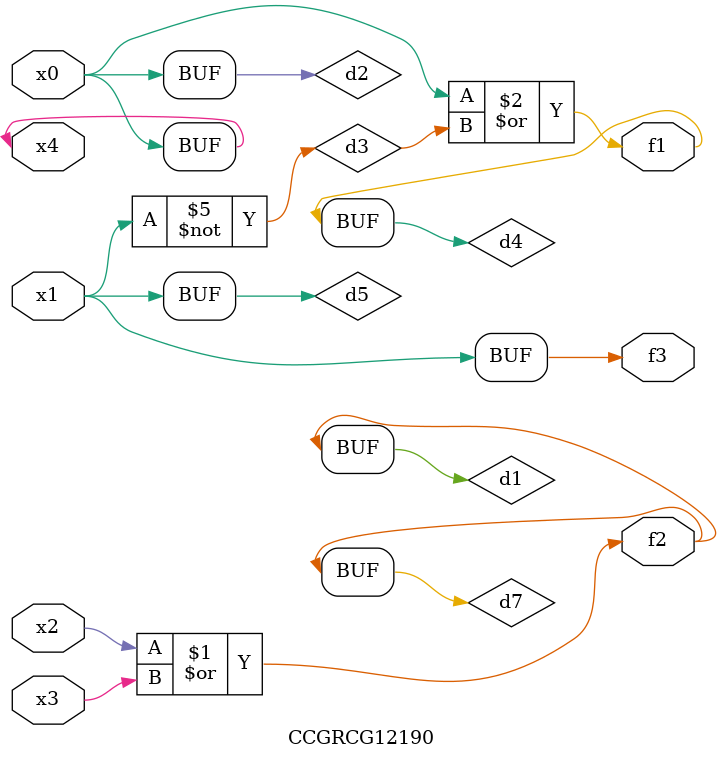
<source format=v>
module CCGRCG12190(
	input x0, x1, x2, x3, x4,
	output f1, f2, f3
);

	wire d1, d2, d3, d4, d5, d6, d7;

	or (d1, x2, x3);
	buf (d2, x0, x4);
	not (d3, x1);
	or (d4, d2, d3);
	not (d5, d3);
	nand (d6, d1, d3);
	or (d7, d1);
	assign f1 = d4;
	assign f2 = d7;
	assign f3 = d5;
endmodule

</source>
